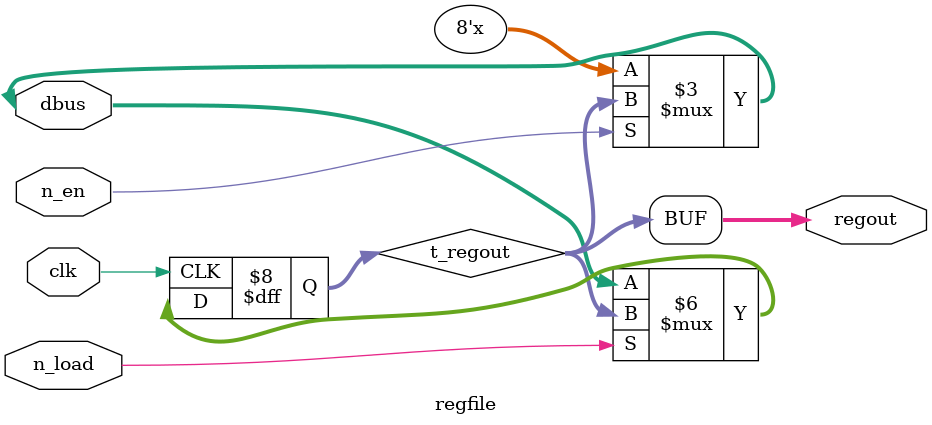
<source format=v>
module regfile(
    input clk, 
    inout [7:0] dbus,
    input n_load,
    input n_en, 
    output reg [7:0] regout
);
//regfile is an abstraction for A and B reg 

reg [7:0] t_regout = 8'b0000000; 

always @(posedge clk)
begin
    if(~n_load) t_regout <= dbus;
end 
// assign dbus based on enables
assign dbus = n_en ? regout : 8'bZZZZZZZZ;
assign regout = t_regout; 


// Dump waves
initial begin
$dumpfile("dump.vcd");
$dumpvars(1, regfile);
end

endmodule
</source>
